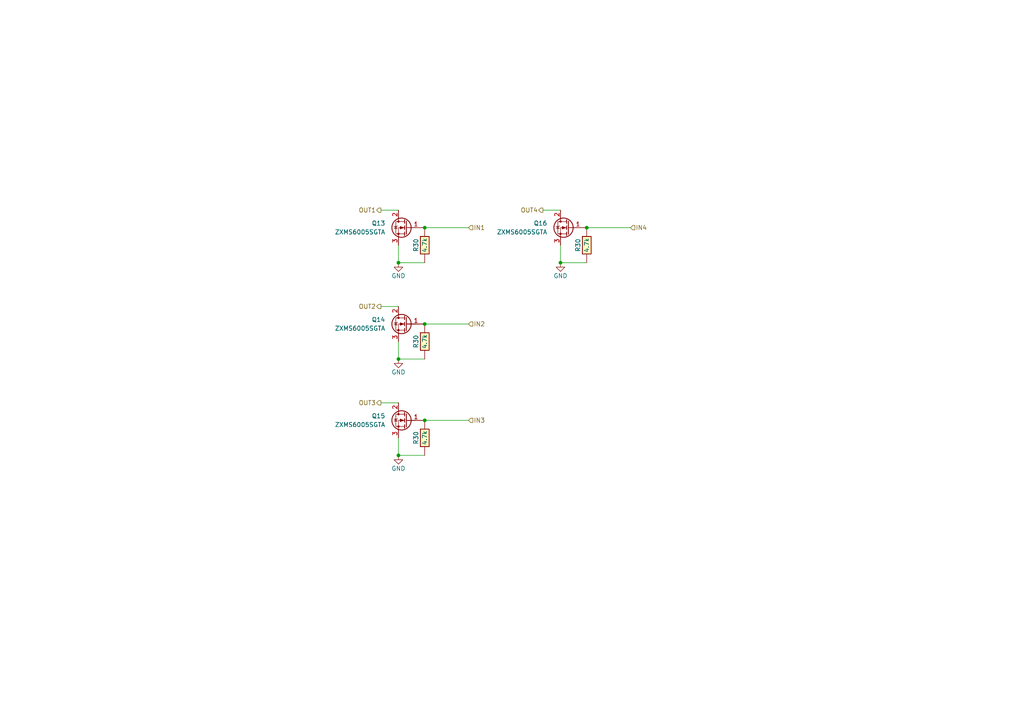
<source format=kicad_sch>
(kicad_sch (version 20231120) (generator "eeschema") (generator_version "8.0")
  (paper "A4")
  (title_block (title "UAEFI Injector") (date "2023-11-01") (company "rusefi.com"))
  (lib_symbols
    (symbol "Transistor_FET:BSP129" (pin_names hide)
      (property "Reference" "Q" (at 5.08 1.905 0))
      (property "Value" "BSP129" (at 5.08 0 0))
      (symbol "BSP129_0_1"
        (polyline (pts (xy 0.254 0) (xy -2.54 0)))
        (polyline (pts (xy 0.254 1.905) (xy 0.254 -1.905)) (stroke (width 0.254)))
        (polyline (pts (xy 0.762 -1.27) (xy 0.762 -2.286)) (stroke (width 0.254)))
        (polyline (pts (xy 0.762 0.508) (xy 0.762 -0.508)) (stroke (width 0.254)))
        (polyline (pts (xy 0.762 2.286) (xy 0.762 1.27)) (stroke (width 0.254)))
        (polyline (pts (xy 2.54 2.54) (xy 2.54 1.778)))
        (polyline (pts (xy 2.54 -2.54) (xy 2.54 0) (xy 0.762 0)))
        (polyline (pts (xy 0.762 -1.778) (xy 3.302 -1.778) (xy 3.302 1.778) (xy 0.762 1.778)))
        (polyline (pts (xy 1.016 0) (xy 2.032 0.381) (xy 2.032 -0.381) (xy 1.016 0)) (fill (type outline)))
        (polyline (pts (xy 2.794 0.508) (xy 2.921 0.381) (xy 3.683 0.381) (xy 3.81 0.254)))
        (polyline (pts (xy 3.302 0.381) (xy 2.921 -0.254) (xy 3.683 -0.254) (xy 3.302 0.381)))
        (circle (center 1.651 0) (radius 2.794) (stroke (width 0.254)))
        (circle (center 2.54 -1.778) (radius 0.254) (fill (type outline)))
        (circle (center 2.54 1.778) (radius 0.254) (fill (type outline)))
      )
      (symbol "BSP129_1_1"
        (pin input line (at -5.08 0 0) (length 5.08) (name "G") (number "1"))
        (pin passive line (at 2.54 5.08 270) (length 2.54) (name "D") (number "2"))
        (pin passive line (at 2.54 -5.08 90) (length 2.54) (name "S") (number "3"))
      )
    )
    (symbol "hellen-one-common:Res" (pin_numbers hide)
      (property "Reference" "R" (at 3.81 2.54 0))
      (property "Value" "Res" (at 5.08 -2.54 0))
      (symbol "Res_1_0"
        (rectangle (start 2.54 -1.27) (end 7.62 1.27) (stroke (width 0.254)) (fill (type background)))
        (pin passive line (at 0 0 0) (length 2.54) (name "") (number "1"))
        (pin passive line (at 10.16 0 180) (length 2.54) (name "") (number "2"))
      )
    )
    (symbol "power:GND" (power) (pin_names (offset 0))
      (property "Value" "GND" (at 0 -3.81 0))
      (symbol "GND_0_1"
        (polyline (pts (xy 0 0) (xy 0 -1.27) (xy 1.27 -1.27) (xy 0 -2.54) (xy -1.27 -1.27) (xy 0 -1.27)))
      )
      (symbol "GND_1_1"
        (pin power_in line (at 0 0 270) (length 0) hide (name "GND") (number "1"))
      )
    )
  )
  (junction (at 123.19 121.92))
  (junction (at 115.57 76.2))
  (junction (at 162.56 76.2))
  (junction (at 123.19 93.98))
  (junction (at 115.57 132.08))
  (junction (at 123.19 66.04))
  (junction (at 170.18 66.04))
  (junction (at 115.57 104.14))
  (wire (pts (xy 115.57 132.08) (xy 123.19 132.08)))
  (wire (pts (xy 115.57 104.14) (xy 123.19 104.14)))
  (wire (pts (xy 110.49 116.84) (xy 115.57 116.84)))
  (wire (pts (xy 115.57 76.2) (xy 123.19 76.2)))
  (wire (pts (xy 123.19 66.04) (xy 135.89 66.04)))
  (wire (pts (xy 162.56 71.12) (xy 162.56 76.2)))
  (wire (pts (xy 115.57 71.12) (xy 115.57 76.2)))
  (wire (pts (xy 115.57 99.06) (xy 115.57 104.14)))
  (wire (pts (xy 123.19 93.98) (xy 135.89 93.98)))
  (wire (pts (xy 110.49 60.96) (xy 115.57 60.96)))
  (wire (pts (xy 115.57 127) (xy 115.57 132.08)))
  (wire (pts (xy 170.18 66.04) (xy 182.88 66.04)))
  (wire (pts (xy 123.19 121.92) (xy 135.89 121.92)))
  (wire (pts (xy 162.56 76.2) (xy 170.18 76.2)))
  (wire (pts (xy 157.48 60.96) (xy 162.56 60.96)))
  (wire (pts (xy 110.49 88.9) (xy 115.57 88.9)))
  (hierarchical_label "IN3" (shape input) (at 135.89 121.92 0))
  (hierarchical_label "OUT3" (shape output) (at 110.49 116.84 180))
  (hierarchical_label "OUT1" (shape output) (at 110.49 60.96 180))
  (hierarchical_label "IN1" (shape input) (at 135.89 66.04 0))
  (hierarchical_label "IN4" (shape input) (at 182.88 66.04 0))
  (hierarchical_label "IN2" (shape input) (at 135.89 93.98 0))
  (hierarchical_label "OUT2" (shape output) (at 110.49 88.9 180))
  (hierarchical_label "OUT4" (shape output) (at 157.48 60.96 180))
  (symbol (lib_id "Transistor_FET:BSP129") (at 118.11 66.04 0) (mirror y) (unit 1)
    (property "Reference" "Q13" (at 111.76 64.77 0) (effects (justify left)))
    (property "Value" "ZXMS6005SGTA" (at 111.76 67.31 0) (effects (justify left)))
    (property "Footprint" "Package_TO_SOT_SMD:SOT-223" (effects (hide yes)))
    (property "Datasheet" "https://www.diodes.com/assets/Datasheets/ds32249.pdf" (effects (hide yes)))
    (property "LCSC" "C174042" (effects (hide yes)))
    (instances (project "uaeficopiedtovfr" (path "" (reference "Q13") (unit 1))) (project "uaefi" (path "" (reference "Q13") (unit 1)) (path "" (reference "Q12") (unit 1))))
  )
  (symbol (lib_id "Transistor_FET:BSP129") (at 165.1 66.04 0) (mirror y) (unit 1)
    (property "Reference" "Q16" (at 158.75 64.77 0) (effects (justify left)))
    (property "Value" "ZXMS6005SGTA" (at 158.75 67.31 0) (effects (justify left)))
    (property "Footprint" "Package_TO_SOT_SMD:SOT-223" (effects (hide yes)))
    (property "Datasheet" "https://www.diodes.com/assets/Datasheets/ds32249.pdf" (effects (hide yes)))
    (property "LCSC" "C174042" (effects (hide yes)))
  )
  (symbol (lib_id "power:GND") (at 115.57 104.14 0) (unit 1)
    (property "Reference" "#PWR?" (effects (hide yes)))
    (property "Value" "GND" (at 115.57 107.95 0))
    (instances (project "hellen-hyundai-pb-154" (path "" (reference "#PWR?") (unit 1)) (path "" (reference "#PWR?") (unit 1))) (project "DUMB_COILS4" (path "" (reference "#PWR?") (unit 1))) (project "uaeficopiedtovfr" (path "" (reference "#PWR0118") (unit 1))) (project "uaefi" (path "" (reference "#PWR018") (unit 1)) (path "" (reference "#PWR0112") (unit 1)) (path "" (reference "#PWR02") (unit 1)) (path "" (reference "#PWR018") (unit 1))) (project "ign_quad" (path "" (reference "#PWR?") (unit 1))))
  )
  (symbol (lib_id "power:GND") (at 162.56 76.2 0) (unit 1)
    (property "Reference" "#PWR?" (effects (hide yes)))
    (property "Value" "GND" (at 162.56 80.01 0))
    (instances (project "hellen-hyundai-pb-154" (path "" (reference "#PWR?") (unit 1)) (path "" (reference "#PWR?") (unit 1))) (project "DUMB_COILS4" (path "" (reference "#PWR?") (unit 1))) (project "uaeficopiedtovfr" (path "" (reference "#PWR0120") (unit 1))) (project "uaefi" (path "" (reference "#PWR018") (unit 1)) (path "" (reference "#PWR0114") (unit 1)) (path "" (reference "#PWR02") (unit 1)) (path "" (reference "#PWR020") (unit 1))) (project "ign_quad" (path "" (reference "#PWR?") (unit 1))))
  )
  (symbol (lib_id "Transistor_FET:BSP129") (at 118.11 121.92 0) (mirror y) (unit 1)
    (property "Reference" "Q15" (at 111.76 120.65 0) (effects (justify left)))
    (property "Value" "ZXMS6005SGTA" (at 111.76 123.19 0) (effects (justify left)))
    (property "Footprint" "Package_TO_SOT_SMD:SOT-223" (effects (hide yes)))
    (property "Datasheet" "https://www.diodes.com/assets/Datasheets/ds32249.pdf" (effects (hide yes)))
    (property "LCSC" "C174042" (effects (hide yes)))
  )
  (symbol (lib_id "hellen-one-common:Res") (at 123.19 132.08 90) (unit 1)
    (property "Reference" "R30" (at 120.65 127 0))
    (property "Value" "4.7k" (at 123.19 127 0))
    (property "Footprint" "hellen-one-common:R0603" (effects (hide yes)))
    (property "LCSC" "C23162" (effects (hide yes)))
    (instances (project "alphax_8ch" (path "" (reference "R30") (unit 1)) (path "" (reference "R67") (unit 1))) (project "uaeficopiedtovfr" (path "" (reference "R31") (unit 1))) (project "uaefi" (path "" (reference "R53") (unit 1)) (path "" (reference "R31") (unit 1)) (path "" (reference "R38") (unit 1))))
  )
  (symbol (lib_id "power:GND") (at 115.57 76.2 0) (unit 1)
    (property "Reference" "#PWR?" (effects (hide yes)))
    (property "Value" "GND" (at 115.57 80.01 0))
    (instances (project "hellen-hyundai-pb-154" (path "" (reference "#PWR?") (unit 1)) (path "" (reference "#PWR?") (unit 1))) (project "DUMB_COILS4" (path "" (reference "#PWR?") (unit 1))) (project "uaeficopiedtovfr" (path "" (reference "#PWR0117") (unit 1))) (project "uaefi" (path "" (reference "#PWR018") (unit 1)) (path "" (reference "#PWR0111") (unit 1)) (path "" (reference "#PWR02") (unit 1)) (path "" (reference "#PWR017") (unit 1))) (project "ign_quad" (path "" (reference "#PWR?") (unit 1))))
  )
  (symbol (lib_id "Transistor_FET:BSP129") (at 118.11 93.98 0) (mirror y) (unit 1)
    (property "Reference" "Q14" (at 111.76 92.71 0) (effects (justify left)))
    (property "Value" "ZXMS6005SGTA" (at 111.76 95.25 0) (effects (justify left)))
    (property "Footprint" "Package_TO_SOT_SMD:SOT-223" (effects (hide yes)))
    (property "Datasheet" "https://www.diodes.com/assets/Datasheets/ds32249.pdf" (effects (hide yes)))
    (property "LCSC" "C174042" (effects (hide yes)))
  )
  (symbol (lib_id "power:GND") (at 115.57 132.08 0) (unit 1)
    (property "Reference" "#PWR?" (effects (hide yes)))
    (property "Value" "GND" (at 115.57 135.89 0))
    (instances (project "hellen-hyundai-pb-154" (path "" (reference "#PWR?") (unit 1)) (path "" (reference "#PWR?") (unit 1))) (project "DUMB_COILS4" (path "" (reference "#PWR?") (unit 1))) (project "uaeficopiedtovfr" (path "" (reference "#PWR0119") (unit 1))) (project "uaefi" (path "" (reference "#PWR018") (unit 1)) (path "" (reference "#PWR0113") (unit 1)) (path "" (reference "#PWR02") (unit 1)) (path "" (reference "#PWR019") (unit 1))) (project "ign_quad" (path "" (reference "#PWR?") (unit 1))))
  )
  (symbol (lib_id "hellen-one-common:Res") (at 123.19 104.14 90) (unit 1)
    (property "Reference" "R30" (at 120.65 99.06 0))
    (property "Value" "4.7k" (at 123.19 99.06 0))
    (property "Footprint" "hellen-one-common:R0603" (effects (hide yes)))
    (property "LCSC" "C23162" (effects (hide yes)))
    (instances (project "alphax_8ch" (path "" (reference "R30") (unit 1)) (path "" (reference "R67") (unit 1))) (project "uaeficopiedtovfr" (path "" (reference "R30") (unit 1))) (project "uaefi" (path "" (reference "R53") (unit 1)) (path "" (reference "R30") (unit 1)) (path "" (reference "R37") (unit 1))))
  )
  (symbol (lib_id "hellen-one-common:Res") (at 170.18 76.2 90) (unit 1)
    (property "Reference" "R30" (at 167.64 71.12 0))
    (property "Value" "4.7k" (at 170.18 71.12 0))
    (property "Footprint" "hellen-one-common:R0603" (effects (hide yes)))
    (property "LCSC" "C23162" (effects (hide yes)))
    (instances (project "alphax_8ch" (path "" (reference "R30") (unit 1)) (path "" (reference "R67") (unit 1))) (project "uaeficopiedtovfr" (path "" (reference "R32") (unit 1))) (project "uaefi" (path "" (reference "R53") (unit 1)) (path "" (reference "R32") (unit 1)) (path "" (reference "R39") (unit 1))))
  )
  (symbol (lib_id "hellen-one-common:Res") (at 123.19 76.2 90) (unit 1)
    (property "Reference" "R30" (at 120.65 71.12 0))
    (property "Value" "4.7k" (at 123.19 71.12 0))
    (property "Footprint" "hellen-one-common:R0603" (effects (hide yes)))
    (property "LCSC" "C23162" (effects (hide yes)))
    (instances (project "alphax_8ch" (path "" (reference "R30") (unit 1)) (path "" (reference "R67") (unit 1))) (project "uaeficopiedtovfr" (path "" (reference "R29") (unit 1))) (project "uaefi" (path "" (reference "R53") (unit 1)) (path "" (reference "R29") (unit 1)) (path "" (reference "R36") (unit 1))))
  )
)
</source>
